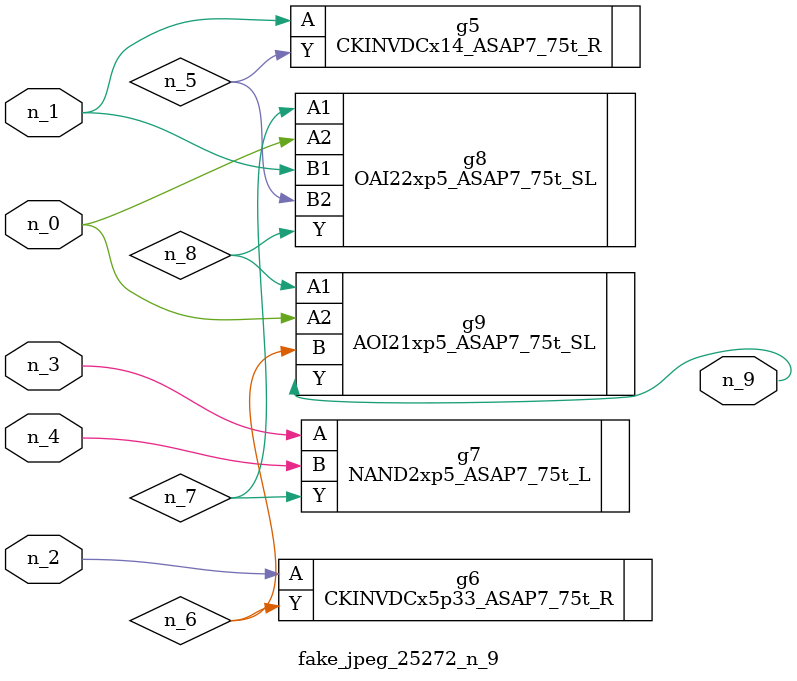
<source format=v>
module fake_jpeg_25272_n_9 (n_3, n_2, n_1, n_0, n_4, n_9);

input n_3;
input n_2;
input n_1;
input n_0;
input n_4;

output n_9;

wire n_8;
wire n_6;
wire n_5;
wire n_7;

CKINVDCx14_ASAP7_75t_R g5 ( 
.A(n_1),
.Y(n_5)
);

CKINVDCx5p33_ASAP7_75t_R g6 ( 
.A(n_2),
.Y(n_6)
);

NAND2xp5_ASAP7_75t_L g7 ( 
.A(n_3),
.B(n_4),
.Y(n_7)
);

OAI22xp5_ASAP7_75t_SL g8 ( 
.A1(n_7),
.A2(n_0),
.B1(n_1),
.B2(n_5),
.Y(n_8)
);

AOI21xp5_ASAP7_75t_SL g9 ( 
.A1(n_8),
.A2(n_0),
.B(n_6),
.Y(n_9)
);


endmodule
</source>
